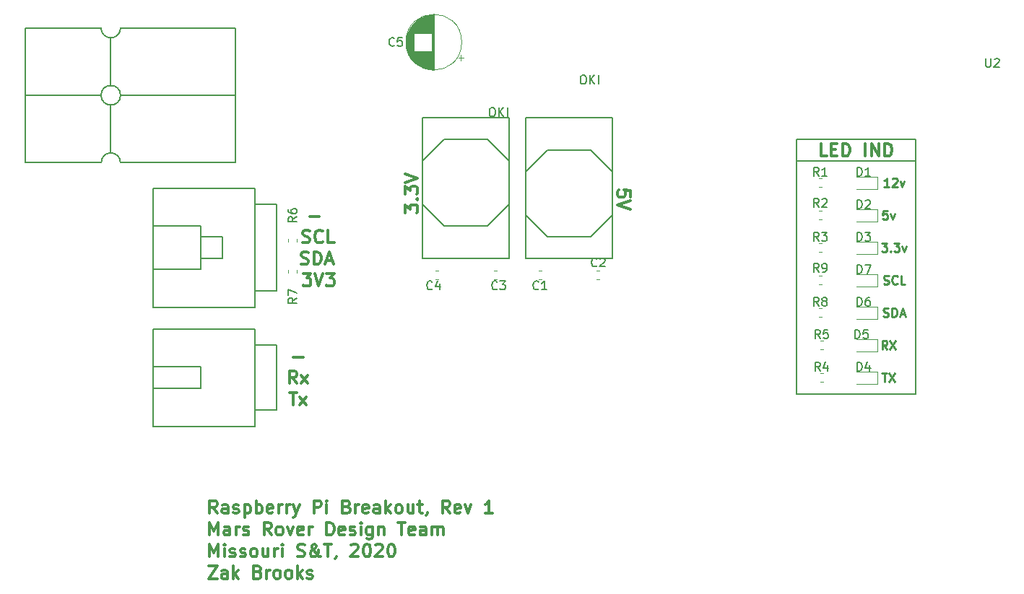
<source format=gbr>
G04 #@! TF.GenerationSoftware,KiCad,Pcbnew,(5.1.4)-1*
G04 #@! TF.CreationDate,2020-11-03T16:52:14-06:00*
G04 #@! TF.ProjectId,RaspberryPiBreakout_Hardware,52617370-6265-4727-9279-506942726561,rev?*
G04 #@! TF.SameCoordinates,Original*
G04 #@! TF.FileFunction,Legend,Top*
G04 #@! TF.FilePolarity,Positive*
%FSLAX46Y46*%
G04 Gerber Fmt 4.6, Leading zero omitted, Abs format (unit mm)*
G04 Created by KiCad (PCBNEW (5.1.4)-1) date 2020-11-03 16:52:14*
%MOMM*%
%LPD*%
G04 APERTURE LIST*
%ADD10C,0.300000*%
%ADD11C,0.200000*%
%ADD12C,0.254000*%
%ADD13C,0.120000*%
%ADD14C,0.150000*%
G04 APERTURE END LIST*
D10*
X91503571Y-99167142D02*
X92646428Y-99167142D01*
X89598571Y-115677142D02*
X90741428Y-115677142D01*
D11*
X148590000Y-120015000D02*
X148590000Y-116840000D01*
X162560000Y-120015000D02*
X162560000Y-116840000D01*
X148590000Y-120015000D02*
X162560000Y-120015000D01*
D12*
X159239857Y-98503619D02*
X158756047Y-98503619D01*
X158707666Y-98987428D01*
X158756047Y-98939047D01*
X158852809Y-98890666D01*
X159094714Y-98890666D01*
X159191476Y-98939047D01*
X159239857Y-98987428D01*
X159288238Y-99084190D01*
X159288238Y-99326095D01*
X159239857Y-99422857D01*
X159191476Y-99471238D01*
X159094714Y-99519619D01*
X158852809Y-99519619D01*
X158756047Y-99471238D01*
X158707666Y-99422857D01*
X159626904Y-98842285D02*
X159868809Y-99519619D01*
X160110714Y-98842285D01*
D10*
X90725857Y-105858571D02*
X91654428Y-105858571D01*
X91154428Y-106430000D01*
X91368714Y-106430000D01*
X91511571Y-106501428D01*
X91583000Y-106572857D01*
X91654428Y-106715714D01*
X91654428Y-107072857D01*
X91583000Y-107215714D01*
X91511571Y-107287142D01*
X91368714Y-107358571D01*
X90940142Y-107358571D01*
X90797285Y-107287142D01*
X90725857Y-107215714D01*
X92083000Y-105858571D02*
X92583000Y-107358571D01*
X93083000Y-105858571D01*
X93440142Y-105858571D02*
X94368714Y-105858571D01*
X93868714Y-106430000D01*
X94083000Y-106430000D01*
X94225857Y-106501428D01*
X94297285Y-106572857D01*
X94368714Y-106715714D01*
X94368714Y-107072857D01*
X94297285Y-107215714D01*
X94225857Y-107287142D01*
X94083000Y-107358571D01*
X93654428Y-107358571D01*
X93511571Y-107287142D01*
X93440142Y-107215714D01*
X90670285Y-102207142D02*
X90884571Y-102278571D01*
X91241714Y-102278571D01*
X91384571Y-102207142D01*
X91456000Y-102135714D01*
X91527428Y-101992857D01*
X91527428Y-101850000D01*
X91456000Y-101707142D01*
X91384571Y-101635714D01*
X91241714Y-101564285D01*
X90956000Y-101492857D01*
X90813142Y-101421428D01*
X90741714Y-101350000D01*
X90670285Y-101207142D01*
X90670285Y-101064285D01*
X90741714Y-100921428D01*
X90813142Y-100850000D01*
X90956000Y-100778571D01*
X91313142Y-100778571D01*
X91527428Y-100850000D01*
X93027428Y-102135714D02*
X92956000Y-102207142D01*
X92741714Y-102278571D01*
X92598857Y-102278571D01*
X92384571Y-102207142D01*
X92241714Y-102064285D01*
X92170285Y-101921428D01*
X92098857Y-101635714D01*
X92098857Y-101421428D01*
X92170285Y-101135714D01*
X92241714Y-100992857D01*
X92384571Y-100850000D01*
X92598857Y-100778571D01*
X92741714Y-100778571D01*
X92956000Y-100850000D01*
X93027428Y-100921428D01*
X94384571Y-102278571D02*
X93670285Y-102278571D01*
X93670285Y-100778571D01*
X90507571Y-104747142D02*
X90721857Y-104818571D01*
X91079000Y-104818571D01*
X91221857Y-104747142D01*
X91293285Y-104675714D01*
X91364714Y-104532857D01*
X91364714Y-104390000D01*
X91293285Y-104247142D01*
X91221857Y-104175714D01*
X91079000Y-104104285D01*
X90793285Y-104032857D01*
X90650428Y-103961428D01*
X90579000Y-103890000D01*
X90507571Y-103747142D01*
X90507571Y-103604285D01*
X90579000Y-103461428D01*
X90650428Y-103390000D01*
X90793285Y-103318571D01*
X91150428Y-103318571D01*
X91364714Y-103390000D01*
X92007571Y-104818571D02*
X92007571Y-103318571D01*
X92364714Y-103318571D01*
X92579000Y-103390000D01*
X92721857Y-103532857D01*
X92793285Y-103675714D01*
X92864714Y-103961428D01*
X92864714Y-104175714D01*
X92793285Y-104461428D01*
X92721857Y-104604285D01*
X92579000Y-104747142D01*
X92364714Y-104818571D01*
X92007571Y-104818571D01*
X93436142Y-104390000D02*
X94150428Y-104390000D01*
X93293285Y-104818571D02*
X93793285Y-103318571D01*
X94293285Y-104818571D01*
X89134285Y-119828571D02*
X89991428Y-119828571D01*
X89562857Y-121328571D02*
X89562857Y-119828571D01*
X90348571Y-121328571D02*
X91134285Y-120328571D01*
X90348571Y-120328571D02*
X91134285Y-121328571D01*
X90027142Y-118788571D02*
X89527142Y-118074285D01*
X89170000Y-118788571D02*
X89170000Y-117288571D01*
X89741428Y-117288571D01*
X89884285Y-117360000D01*
X89955714Y-117431428D01*
X90027142Y-117574285D01*
X90027142Y-117788571D01*
X89955714Y-117931428D01*
X89884285Y-118002857D01*
X89741428Y-118074285D01*
X89170000Y-118074285D01*
X90527142Y-118788571D02*
X91312857Y-117788571D01*
X90527142Y-117788571D02*
X91312857Y-118788571D01*
D11*
X162560000Y-92710000D02*
X162560000Y-116840000D01*
X148590000Y-92710000D02*
X148590000Y-109855000D01*
X162560000Y-90170000D02*
X162560000Y-92710000D01*
X148590000Y-90170000D02*
X162560000Y-90170000D01*
X148590000Y-92710000D02*
X148590000Y-90170000D01*
D10*
X152146428Y-92118571D02*
X151432142Y-92118571D01*
X151432142Y-90618571D01*
X152646428Y-91332857D02*
X153146428Y-91332857D01*
X153360714Y-92118571D02*
X152646428Y-92118571D01*
X152646428Y-90618571D01*
X153360714Y-90618571D01*
X154003571Y-92118571D02*
X154003571Y-90618571D01*
X154360714Y-90618571D01*
X154575000Y-90690000D01*
X154717857Y-90832857D01*
X154789285Y-90975714D01*
X154860714Y-91261428D01*
X154860714Y-91475714D01*
X154789285Y-91761428D01*
X154717857Y-91904285D01*
X154575000Y-92047142D01*
X154360714Y-92118571D01*
X154003571Y-92118571D01*
X156646428Y-92118571D02*
X156646428Y-90618571D01*
X157360714Y-92118571D02*
X157360714Y-90618571D01*
X158217857Y-92118571D01*
X158217857Y-90618571D01*
X158932142Y-92118571D02*
X158932142Y-90618571D01*
X159289285Y-90618571D01*
X159503571Y-90690000D01*
X159646428Y-90832857D01*
X159717857Y-90975714D01*
X159789285Y-91261428D01*
X159789285Y-91475714D01*
X159717857Y-91761428D01*
X159646428Y-91904285D01*
X159503571Y-92047142D01*
X159289285Y-92118571D01*
X158932142Y-92118571D01*
D11*
X162560000Y-92710000D02*
X148590000Y-92710000D01*
X148590000Y-109855000D02*
X148590000Y-116840000D01*
D12*
X158610904Y-117553619D02*
X159191476Y-117553619D01*
X158901190Y-118569619D02*
X158901190Y-117553619D01*
X159433380Y-117553619D02*
X160110714Y-118569619D01*
X160110714Y-117553619D02*
X159433380Y-118569619D01*
X159215666Y-114759619D02*
X158877000Y-114275809D01*
X158635095Y-114759619D02*
X158635095Y-113743619D01*
X159022142Y-113743619D01*
X159118904Y-113792000D01*
X159167285Y-113840380D01*
X159215666Y-113937142D01*
X159215666Y-114082285D01*
X159167285Y-114179047D01*
X159118904Y-114227428D01*
X159022142Y-114275809D01*
X158635095Y-114275809D01*
X159554333Y-113743619D02*
X160231666Y-114759619D01*
X160231666Y-113743619D02*
X159554333Y-114759619D01*
X158786285Y-110901238D02*
X158931428Y-110949619D01*
X159173333Y-110949619D01*
X159270095Y-110901238D01*
X159318476Y-110852857D01*
X159366857Y-110756095D01*
X159366857Y-110659333D01*
X159318476Y-110562571D01*
X159270095Y-110514190D01*
X159173333Y-110465809D01*
X158979809Y-110417428D01*
X158883047Y-110369047D01*
X158834666Y-110320666D01*
X158786285Y-110223904D01*
X158786285Y-110127142D01*
X158834666Y-110030380D01*
X158883047Y-109982000D01*
X158979809Y-109933619D01*
X159221714Y-109933619D01*
X159366857Y-109982000D01*
X159802285Y-110949619D02*
X159802285Y-109933619D01*
X160044190Y-109933619D01*
X160189333Y-109982000D01*
X160286095Y-110078761D01*
X160334476Y-110175523D01*
X160382857Y-110369047D01*
X160382857Y-110514190D01*
X160334476Y-110707714D01*
X160286095Y-110804476D01*
X160189333Y-110901238D01*
X160044190Y-110949619D01*
X159802285Y-110949619D01*
X160769904Y-110659333D02*
X161253714Y-110659333D01*
X160673142Y-110949619D02*
X161011809Y-109933619D01*
X161350476Y-110949619D01*
X158810476Y-107091238D02*
X158955619Y-107139619D01*
X159197523Y-107139619D01*
X159294285Y-107091238D01*
X159342666Y-107042857D01*
X159391047Y-106946095D01*
X159391047Y-106849333D01*
X159342666Y-106752571D01*
X159294285Y-106704190D01*
X159197523Y-106655809D01*
X159004000Y-106607428D01*
X158907238Y-106559047D01*
X158858857Y-106510666D01*
X158810476Y-106413904D01*
X158810476Y-106317142D01*
X158858857Y-106220380D01*
X158907238Y-106172000D01*
X159004000Y-106123619D01*
X159245904Y-106123619D01*
X159391047Y-106172000D01*
X160407047Y-107042857D02*
X160358666Y-107091238D01*
X160213523Y-107139619D01*
X160116761Y-107139619D01*
X159971619Y-107091238D01*
X159874857Y-106994476D01*
X159826476Y-106897714D01*
X159778095Y-106704190D01*
X159778095Y-106559047D01*
X159826476Y-106365523D01*
X159874857Y-106268761D01*
X159971619Y-106172000D01*
X160116761Y-106123619D01*
X160213523Y-106123619D01*
X160358666Y-106172000D01*
X160407047Y-106220380D01*
X161326285Y-107139619D02*
X160842476Y-107139619D01*
X160842476Y-106123619D01*
X158568571Y-102313619D02*
X159197523Y-102313619D01*
X158858857Y-102700666D01*
X159004000Y-102700666D01*
X159100761Y-102749047D01*
X159149142Y-102797428D01*
X159197523Y-102894190D01*
X159197523Y-103136095D01*
X159149142Y-103232857D01*
X159100761Y-103281238D01*
X159004000Y-103329619D01*
X158713714Y-103329619D01*
X158616952Y-103281238D01*
X158568571Y-103232857D01*
X159632952Y-103232857D02*
X159681333Y-103281238D01*
X159632952Y-103329619D01*
X159584571Y-103281238D01*
X159632952Y-103232857D01*
X159632952Y-103329619D01*
X160020000Y-102313619D02*
X160648952Y-102313619D01*
X160310285Y-102700666D01*
X160455428Y-102700666D01*
X160552190Y-102749047D01*
X160600571Y-102797428D01*
X160648952Y-102894190D01*
X160648952Y-103136095D01*
X160600571Y-103232857D01*
X160552190Y-103281238D01*
X160455428Y-103329619D01*
X160165142Y-103329619D01*
X160068380Y-103281238D01*
X160020000Y-103232857D01*
X160987619Y-102652285D02*
X161229523Y-103329619D01*
X161471428Y-102652285D01*
X159439428Y-95709619D02*
X158858857Y-95709619D01*
X159149142Y-95709619D02*
X159149142Y-94693619D01*
X159052380Y-94838761D01*
X158955619Y-94935523D01*
X158858857Y-94983904D01*
X159826476Y-94790380D02*
X159874857Y-94742000D01*
X159971619Y-94693619D01*
X160213523Y-94693619D01*
X160310285Y-94742000D01*
X160358666Y-94790380D01*
X160407047Y-94887142D01*
X160407047Y-94983904D01*
X160358666Y-95129047D01*
X159778095Y-95709619D01*
X160407047Y-95709619D01*
X160745714Y-95032285D02*
X160987619Y-95709619D01*
X161229523Y-95032285D01*
D10*
X102683571Y-98734285D02*
X102683571Y-97805714D01*
X103255000Y-98305714D01*
X103255000Y-98091428D01*
X103326428Y-97948571D01*
X103397857Y-97877142D01*
X103540714Y-97805714D01*
X103897857Y-97805714D01*
X104040714Y-97877142D01*
X104112142Y-97948571D01*
X104183571Y-98091428D01*
X104183571Y-98520000D01*
X104112142Y-98662857D01*
X104040714Y-98734285D01*
X104040714Y-97162857D02*
X104112142Y-97091428D01*
X104183571Y-97162857D01*
X104112142Y-97234285D01*
X104040714Y-97162857D01*
X104183571Y-97162857D01*
X102683571Y-96591428D02*
X102683571Y-95662857D01*
X103255000Y-96162857D01*
X103255000Y-95948571D01*
X103326428Y-95805714D01*
X103397857Y-95734285D01*
X103540714Y-95662857D01*
X103897857Y-95662857D01*
X104040714Y-95734285D01*
X104112142Y-95805714D01*
X104183571Y-95948571D01*
X104183571Y-96377142D01*
X104112142Y-96520000D01*
X104040714Y-96591428D01*
X102683571Y-95234285D02*
X104183571Y-94734285D01*
X102683571Y-94234285D01*
X80657285Y-134013571D02*
X80157285Y-133299285D01*
X79800142Y-134013571D02*
X79800142Y-132513571D01*
X80371571Y-132513571D01*
X80514428Y-132585000D01*
X80585857Y-132656428D01*
X80657285Y-132799285D01*
X80657285Y-133013571D01*
X80585857Y-133156428D01*
X80514428Y-133227857D01*
X80371571Y-133299285D01*
X79800142Y-133299285D01*
X81943000Y-134013571D02*
X81943000Y-133227857D01*
X81871571Y-133085000D01*
X81728714Y-133013571D01*
X81443000Y-133013571D01*
X81300142Y-133085000D01*
X81943000Y-133942142D02*
X81800142Y-134013571D01*
X81443000Y-134013571D01*
X81300142Y-133942142D01*
X81228714Y-133799285D01*
X81228714Y-133656428D01*
X81300142Y-133513571D01*
X81443000Y-133442142D01*
X81800142Y-133442142D01*
X81943000Y-133370714D01*
X82585857Y-133942142D02*
X82728714Y-134013571D01*
X83014428Y-134013571D01*
X83157285Y-133942142D01*
X83228714Y-133799285D01*
X83228714Y-133727857D01*
X83157285Y-133585000D01*
X83014428Y-133513571D01*
X82800142Y-133513571D01*
X82657285Y-133442142D01*
X82585857Y-133299285D01*
X82585857Y-133227857D01*
X82657285Y-133085000D01*
X82800142Y-133013571D01*
X83014428Y-133013571D01*
X83157285Y-133085000D01*
X83871571Y-133013571D02*
X83871571Y-134513571D01*
X83871571Y-133085000D02*
X84014428Y-133013571D01*
X84300142Y-133013571D01*
X84443000Y-133085000D01*
X84514428Y-133156428D01*
X84585857Y-133299285D01*
X84585857Y-133727857D01*
X84514428Y-133870714D01*
X84443000Y-133942142D01*
X84300142Y-134013571D01*
X84014428Y-134013571D01*
X83871571Y-133942142D01*
X85228714Y-134013571D02*
X85228714Y-132513571D01*
X85228714Y-133085000D02*
X85371571Y-133013571D01*
X85657285Y-133013571D01*
X85800142Y-133085000D01*
X85871571Y-133156428D01*
X85943000Y-133299285D01*
X85943000Y-133727857D01*
X85871571Y-133870714D01*
X85800142Y-133942142D01*
X85657285Y-134013571D01*
X85371571Y-134013571D01*
X85228714Y-133942142D01*
X87157285Y-133942142D02*
X87014428Y-134013571D01*
X86728714Y-134013571D01*
X86585857Y-133942142D01*
X86514428Y-133799285D01*
X86514428Y-133227857D01*
X86585857Y-133085000D01*
X86728714Y-133013571D01*
X87014428Y-133013571D01*
X87157285Y-133085000D01*
X87228714Y-133227857D01*
X87228714Y-133370714D01*
X86514428Y-133513571D01*
X87871571Y-134013571D02*
X87871571Y-133013571D01*
X87871571Y-133299285D02*
X87943000Y-133156428D01*
X88014428Y-133085000D01*
X88157285Y-133013571D01*
X88300142Y-133013571D01*
X88800142Y-134013571D02*
X88800142Y-133013571D01*
X88800142Y-133299285D02*
X88871571Y-133156428D01*
X88943000Y-133085000D01*
X89085857Y-133013571D01*
X89228714Y-133013571D01*
X89585857Y-133013571D02*
X89943000Y-134013571D01*
X90300142Y-133013571D02*
X89943000Y-134013571D01*
X89800142Y-134370714D01*
X89728714Y-134442142D01*
X89585857Y-134513571D01*
X92014428Y-134013571D02*
X92014428Y-132513571D01*
X92585857Y-132513571D01*
X92728714Y-132585000D01*
X92800142Y-132656428D01*
X92871571Y-132799285D01*
X92871571Y-133013571D01*
X92800142Y-133156428D01*
X92728714Y-133227857D01*
X92585857Y-133299285D01*
X92014428Y-133299285D01*
X93514428Y-134013571D02*
X93514428Y-133013571D01*
X93514428Y-132513571D02*
X93443000Y-132585000D01*
X93514428Y-132656428D01*
X93585857Y-132585000D01*
X93514428Y-132513571D01*
X93514428Y-132656428D01*
X95871571Y-133227857D02*
X96085857Y-133299285D01*
X96157285Y-133370714D01*
X96228714Y-133513571D01*
X96228714Y-133727857D01*
X96157285Y-133870714D01*
X96085857Y-133942142D01*
X95943000Y-134013571D01*
X95371571Y-134013571D01*
X95371571Y-132513571D01*
X95871571Y-132513571D01*
X96014428Y-132585000D01*
X96085857Y-132656428D01*
X96157285Y-132799285D01*
X96157285Y-132942142D01*
X96085857Y-133085000D01*
X96014428Y-133156428D01*
X95871571Y-133227857D01*
X95371571Y-133227857D01*
X96871571Y-134013571D02*
X96871571Y-133013571D01*
X96871571Y-133299285D02*
X96943000Y-133156428D01*
X97014428Y-133085000D01*
X97157285Y-133013571D01*
X97300142Y-133013571D01*
X98371571Y-133942142D02*
X98228714Y-134013571D01*
X97943000Y-134013571D01*
X97800142Y-133942142D01*
X97728714Y-133799285D01*
X97728714Y-133227857D01*
X97800142Y-133085000D01*
X97943000Y-133013571D01*
X98228714Y-133013571D01*
X98371571Y-133085000D01*
X98443000Y-133227857D01*
X98443000Y-133370714D01*
X97728714Y-133513571D01*
X99728714Y-134013571D02*
X99728714Y-133227857D01*
X99657285Y-133085000D01*
X99514428Y-133013571D01*
X99228714Y-133013571D01*
X99085857Y-133085000D01*
X99728714Y-133942142D02*
X99585857Y-134013571D01*
X99228714Y-134013571D01*
X99085857Y-133942142D01*
X99014428Y-133799285D01*
X99014428Y-133656428D01*
X99085857Y-133513571D01*
X99228714Y-133442142D01*
X99585857Y-133442142D01*
X99728714Y-133370714D01*
X100443000Y-134013571D02*
X100443000Y-132513571D01*
X100585857Y-133442142D02*
X101014428Y-134013571D01*
X101014428Y-133013571D02*
X100443000Y-133585000D01*
X101871571Y-134013571D02*
X101728714Y-133942142D01*
X101657285Y-133870714D01*
X101585857Y-133727857D01*
X101585857Y-133299285D01*
X101657285Y-133156428D01*
X101728714Y-133085000D01*
X101871571Y-133013571D01*
X102085857Y-133013571D01*
X102228714Y-133085000D01*
X102300142Y-133156428D01*
X102371571Y-133299285D01*
X102371571Y-133727857D01*
X102300142Y-133870714D01*
X102228714Y-133942142D01*
X102085857Y-134013571D01*
X101871571Y-134013571D01*
X103657285Y-133013571D02*
X103657285Y-134013571D01*
X103014428Y-133013571D02*
X103014428Y-133799285D01*
X103085857Y-133942142D01*
X103228714Y-134013571D01*
X103443000Y-134013571D01*
X103585857Y-133942142D01*
X103657285Y-133870714D01*
X104157285Y-133013571D02*
X104728714Y-133013571D01*
X104371571Y-132513571D02*
X104371571Y-133799285D01*
X104443000Y-133942142D01*
X104585857Y-134013571D01*
X104728714Y-134013571D01*
X105300142Y-133942142D02*
X105300142Y-134013571D01*
X105228714Y-134156428D01*
X105157285Y-134227857D01*
X107943000Y-134013571D02*
X107443000Y-133299285D01*
X107085857Y-134013571D02*
X107085857Y-132513571D01*
X107657285Y-132513571D01*
X107800142Y-132585000D01*
X107871571Y-132656428D01*
X107943000Y-132799285D01*
X107943000Y-133013571D01*
X107871571Y-133156428D01*
X107800142Y-133227857D01*
X107657285Y-133299285D01*
X107085857Y-133299285D01*
X109157285Y-133942142D02*
X109014428Y-134013571D01*
X108728714Y-134013571D01*
X108585857Y-133942142D01*
X108514428Y-133799285D01*
X108514428Y-133227857D01*
X108585857Y-133085000D01*
X108728714Y-133013571D01*
X109014428Y-133013571D01*
X109157285Y-133085000D01*
X109228714Y-133227857D01*
X109228714Y-133370714D01*
X108514428Y-133513571D01*
X109728714Y-133013571D02*
X110085857Y-134013571D01*
X110443000Y-133013571D01*
X112943000Y-134013571D02*
X112085857Y-134013571D01*
X112514428Y-134013571D02*
X112514428Y-132513571D01*
X112371571Y-132727857D01*
X112228714Y-132870714D01*
X112085857Y-132942142D01*
X79800142Y-136563571D02*
X79800142Y-135063571D01*
X80300142Y-136135000D01*
X80800142Y-135063571D01*
X80800142Y-136563571D01*
X82157285Y-136563571D02*
X82157285Y-135777857D01*
X82085857Y-135635000D01*
X81943000Y-135563571D01*
X81657285Y-135563571D01*
X81514428Y-135635000D01*
X82157285Y-136492142D02*
X82014428Y-136563571D01*
X81657285Y-136563571D01*
X81514428Y-136492142D01*
X81443000Y-136349285D01*
X81443000Y-136206428D01*
X81514428Y-136063571D01*
X81657285Y-135992142D01*
X82014428Y-135992142D01*
X82157285Y-135920714D01*
X82871571Y-136563571D02*
X82871571Y-135563571D01*
X82871571Y-135849285D02*
X82943000Y-135706428D01*
X83014428Y-135635000D01*
X83157285Y-135563571D01*
X83300142Y-135563571D01*
X83728714Y-136492142D02*
X83871571Y-136563571D01*
X84157285Y-136563571D01*
X84300142Y-136492142D01*
X84371571Y-136349285D01*
X84371571Y-136277857D01*
X84300142Y-136135000D01*
X84157285Y-136063571D01*
X83943000Y-136063571D01*
X83800142Y-135992142D01*
X83728714Y-135849285D01*
X83728714Y-135777857D01*
X83800142Y-135635000D01*
X83943000Y-135563571D01*
X84157285Y-135563571D01*
X84300142Y-135635000D01*
X87014428Y-136563571D02*
X86514428Y-135849285D01*
X86157285Y-136563571D02*
X86157285Y-135063571D01*
X86728714Y-135063571D01*
X86871571Y-135135000D01*
X86943000Y-135206428D01*
X87014428Y-135349285D01*
X87014428Y-135563571D01*
X86943000Y-135706428D01*
X86871571Y-135777857D01*
X86728714Y-135849285D01*
X86157285Y-135849285D01*
X87871571Y-136563571D02*
X87728714Y-136492142D01*
X87657285Y-136420714D01*
X87585857Y-136277857D01*
X87585857Y-135849285D01*
X87657285Y-135706428D01*
X87728714Y-135635000D01*
X87871571Y-135563571D01*
X88085857Y-135563571D01*
X88228714Y-135635000D01*
X88300142Y-135706428D01*
X88371571Y-135849285D01*
X88371571Y-136277857D01*
X88300142Y-136420714D01*
X88228714Y-136492142D01*
X88085857Y-136563571D01*
X87871571Y-136563571D01*
X88871571Y-135563571D02*
X89228714Y-136563571D01*
X89585857Y-135563571D01*
X90728714Y-136492142D02*
X90585857Y-136563571D01*
X90300142Y-136563571D01*
X90157285Y-136492142D01*
X90085857Y-136349285D01*
X90085857Y-135777857D01*
X90157285Y-135635000D01*
X90300142Y-135563571D01*
X90585857Y-135563571D01*
X90728714Y-135635000D01*
X90800142Y-135777857D01*
X90800142Y-135920714D01*
X90085857Y-136063571D01*
X91443000Y-136563571D02*
X91443000Y-135563571D01*
X91443000Y-135849285D02*
X91514428Y-135706428D01*
X91585857Y-135635000D01*
X91728714Y-135563571D01*
X91871571Y-135563571D01*
X93514428Y-136563571D02*
X93514428Y-135063571D01*
X93871571Y-135063571D01*
X94085857Y-135135000D01*
X94228714Y-135277857D01*
X94300142Y-135420714D01*
X94371571Y-135706428D01*
X94371571Y-135920714D01*
X94300142Y-136206428D01*
X94228714Y-136349285D01*
X94085857Y-136492142D01*
X93871571Y-136563571D01*
X93514428Y-136563571D01*
X95585857Y-136492142D02*
X95443000Y-136563571D01*
X95157285Y-136563571D01*
X95014428Y-136492142D01*
X94943000Y-136349285D01*
X94943000Y-135777857D01*
X95014428Y-135635000D01*
X95157285Y-135563571D01*
X95443000Y-135563571D01*
X95585857Y-135635000D01*
X95657285Y-135777857D01*
X95657285Y-135920714D01*
X94943000Y-136063571D01*
X96228714Y-136492142D02*
X96371571Y-136563571D01*
X96657285Y-136563571D01*
X96800142Y-136492142D01*
X96871571Y-136349285D01*
X96871571Y-136277857D01*
X96800142Y-136135000D01*
X96657285Y-136063571D01*
X96443000Y-136063571D01*
X96300142Y-135992142D01*
X96228714Y-135849285D01*
X96228714Y-135777857D01*
X96300142Y-135635000D01*
X96443000Y-135563571D01*
X96657285Y-135563571D01*
X96800142Y-135635000D01*
X97514428Y-136563571D02*
X97514428Y-135563571D01*
X97514428Y-135063571D02*
X97443000Y-135135000D01*
X97514428Y-135206428D01*
X97585857Y-135135000D01*
X97514428Y-135063571D01*
X97514428Y-135206428D01*
X98871571Y-135563571D02*
X98871571Y-136777857D01*
X98800142Y-136920714D01*
X98728714Y-136992142D01*
X98585857Y-137063571D01*
X98371571Y-137063571D01*
X98228714Y-136992142D01*
X98871571Y-136492142D02*
X98728714Y-136563571D01*
X98443000Y-136563571D01*
X98300142Y-136492142D01*
X98228714Y-136420714D01*
X98157285Y-136277857D01*
X98157285Y-135849285D01*
X98228714Y-135706428D01*
X98300142Y-135635000D01*
X98443000Y-135563571D01*
X98728714Y-135563571D01*
X98871571Y-135635000D01*
X99585857Y-135563571D02*
X99585857Y-136563571D01*
X99585857Y-135706428D02*
X99657285Y-135635000D01*
X99800142Y-135563571D01*
X100014428Y-135563571D01*
X100157285Y-135635000D01*
X100228714Y-135777857D01*
X100228714Y-136563571D01*
X101871571Y-135063571D02*
X102728714Y-135063571D01*
X102300142Y-136563571D02*
X102300142Y-135063571D01*
X103800142Y-136492142D02*
X103657285Y-136563571D01*
X103371571Y-136563571D01*
X103228714Y-136492142D01*
X103157285Y-136349285D01*
X103157285Y-135777857D01*
X103228714Y-135635000D01*
X103371571Y-135563571D01*
X103657285Y-135563571D01*
X103800142Y-135635000D01*
X103871571Y-135777857D01*
X103871571Y-135920714D01*
X103157285Y-136063571D01*
X105157285Y-136563571D02*
X105157285Y-135777857D01*
X105085857Y-135635000D01*
X104943000Y-135563571D01*
X104657285Y-135563571D01*
X104514428Y-135635000D01*
X105157285Y-136492142D02*
X105014428Y-136563571D01*
X104657285Y-136563571D01*
X104514428Y-136492142D01*
X104443000Y-136349285D01*
X104443000Y-136206428D01*
X104514428Y-136063571D01*
X104657285Y-135992142D01*
X105014428Y-135992142D01*
X105157285Y-135920714D01*
X105871571Y-136563571D02*
X105871571Y-135563571D01*
X105871571Y-135706428D02*
X105943000Y-135635000D01*
X106085857Y-135563571D01*
X106300142Y-135563571D01*
X106443000Y-135635000D01*
X106514428Y-135777857D01*
X106514428Y-136563571D01*
X106514428Y-135777857D02*
X106585857Y-135635000D01*
X106728714Y-135563571D01*
X106943000Y-135563571D01*
X107085857Y-135635000D01*
X107157285Y-135777857D01*
X107157285Y-136563571D01*
X79800142Y-139113571D02*
X79800142Y-137613571D01*
X80300142Y-138685000D01*
X80800142Y-137613571D01*
X80800142Y-139113571D01*
X81514428Y-139113571D02*
X81514428Y-138113571D01*
X81514428Y-137613571D02*
X81443000Y-137685000D01*
X81514428Y-137756428D01*
X81585857Y-137685000D01*
X81514428Y-137613571D01*
X81514428Y-137756428D01*
X82157285Y-139042142D02*
X82300142Y-139113571D01*
X82585857Y-139113571D01*
X82728714Y-139042142D01*
X82800142Y-138899285D01*
X82800142Y-138827857D01*
X82728714Y-138685000D01*
X82585857Y-138613571D01*
X82371571Y-138613571D01*
X82228714Y-138542142D01*
X82157285Y-138399285D01*
X82157285Y-138327857D01*
X82228714Y-138185000D01*
X82371571Y-138113571D01*
X82585857Y-138113571D01*
X82728714Y-138185000D01*
X83371571Y-139042142D02*
X83514428Y-139113571D01*
X83800142Y-139113571D01*
X83943000Y-139042142D01*
X84014428Y-138899285D01*
X84014428Y-138827857D01*
X83943000Y-138685000D01*
X83800142Y-138613571D01*
X83585857Y-138613571D01*
X83443000Y-138542142D01*
X83371571Y-138399285D01*
X83371571Y-138327857D01*
X83443000Y-138185000D01*
X83585857Y-138113571D01*
X83800142Y-138113571D01*
X83943000Y-138185000D01*
X84871571Y-139113571D02*
X84728714Y-139042142D01*
X84657285Y-138970714D01*
X84585857Y-138827857D01*
X84585857Y-138399285D01*
X84657285Y-138256428D01*
X84728714Y-138185000D01*
X84871571Y-138113571D01*
X85085857Y-138113571D01*
X85228714Y-138185000D01*
X85300142Y-138256428D01*
X85371571Y-138399285D01*
X85371571Y-138827857D01*
X85300142Y-138970714D01*
X85228714Y-139042142D01*
X85085857Y-139113571D01*
X84871571Y-139113571D01*
X86657285Y-138113571D02*
X86657285Y-139113571D01*
X86014428Y-138113571D02*
X86014428Y-138899285D01*
X86085857Y-139042142D01*
X86228714Y-139113571D01*
X86443000Y-139113571D01*
X86585857Y-139042142D01*
X86657285Y-138970714D01*
X87371571Y-139113571D02*
X87371571Y-138113571D01*
X87371571Y-138399285D02*
X87443000Y-138256428D01*
X87514428Y-138185000D01*
X87657285Y-138113571D01*
X87800142Y-138113571D01*
X88300142Y-139113571D02*
X88300142Y-138113571D01*
X88300142Y-137613571D02*
X88228714Y-137685000D01*
X88300142Y-137756428D01*
X88371571Y-137685000D01*
X88300142Y-137613571D01*
X88300142Y-137756428D01*
X90085857Y-139042142D02*
X90300142Y-139113571D01*
X90657285Y-139113571D01*
X90800142Y-139042142D01*
X90871571Y-138970714D01*
X90943000Y-138827857D01*
X90943000Y-138685000D01*
X90871571Y-138542142D01*
X90800142Y-138470714D01*
X90657285Y-138399285D01*
X90371571Y-138327857D01*
X90228714Y-138256428D01*
X90157285Y-138185000D01*
X90085857Y-138042142D01*
X90085857Y-137899285D01*
X90157285Y-137756428D01*
X90228714Y-137685000D01*
X90371571Y-137613571D01*
X90728714Y-137613571D01*
X90943000Y-137685000D01*
X92800142Y-139113571D02*
X92728714Y-139113571D01*
X92585857Y-139042142D01*
X92371571Y-138827857D01*
X92014428Y-138399285D01*
X91871571Y-138185000D01*
X91800142Y-137970714D01*
X91800142Y-137827857D01*
X91871571Y-137685000D01*
X92014428Y-137613571D01*
X92085857Y-137613571D01*
X92228714Y-137685000D01*
X92300142Y-137827857D01*
X92300142Y-137899285D01*
X92228714Y-138042142D01*
X92157285Y-138113571D01*
X91728714Y-138399285D01*
X91657285Y-138470714D01*
X91585857Y-138613571D01*
X91585857Y-138827857D01*
X91657285Y-138970714D01*
X91728714Y-139042142D01*
X91871571Y-139113571D01*
X92085857Y-139113571D01*
X92228714Y-139042142D01*
X92300142Y-138970714D01*
X92514428Y-138685000D01*
X92585857Y-138470714D01*
X92585857Y-138327857D01*
X93228714Y-137613571D02*
X94085857Y-137613571D01*
X93657285Y-139113571D02*
X93657285Y-137613571D01*
X94657285Y-139042142D02*
X94657285Y-139113571D01*
X94585857Y-139256428D01*
X94514428Y-139327857D01*
X96371571Y-137756428D02*
X96443000Y-137685000D01*
X96585857Y-137613571D01*
X96943000Y-137613571D01*
X97085857Y-137685000D01*
X97157285Y-137756428D01*
X97228714Y-137899285D01*
X97228714Y-138042142D01*
X97157285Y-138256428D01*
X96300142Y-139113571D01*
X97228714Y-139113571D01*
X98157285Y-137613571D02*
X98300142Y-137613571D01*
X98443000Y-137685000D01*
X98514428Y-137756428D01*
X98585857Y-137899285D01*
X98657285Y-138185000D01*
X98657285Y-138542142D01*
X98585857Y-138827857D01*
X98514428Y-138970714D01*
X98443000Y-139042142D01*
X98300142Y-139113571D01*
X98157285Y-139113571D01*
X98014428Y-139042142D01*
X97943000Y-138970714D01*
X97871571Y-138827857D01*
X97800142Y-138542142D01*
X97800142Y-138185000D01*
X97871571Y-137899285D01*
X97943000Y-137756428D01*
X98014428Y-137685000D01*
X98157285Y-137613571D01*
X99228714Y-137756428D02*
X99300142Y-137685000D01*
X99443000Y-137613571D01*
X99800142Y-137613571D01*
X99943000Y-137685000D01*
X100014428Y-137756428D01*
X100085857Y-137899285D01*
X100085857Y-138042142D01*
X100014428Y-138256428D01*
X99157285Y-139113571D01*
X100085857Y-139113571D01*
X101014428Y-137613571D02*
X101157285Y-137613571D01*
X101300142Y-137685000D01*
X101371571Y-137756428D01*
X101443000Y-137899285D01*
X101514428Y-138185000D01*
X101514428Y-138542142D01*
X101443000Y-138827857D01*
X101371571Y-138970714D01*
X101300142Y-139042142D01*
X101157285Y-139113571D01*
X101014428Y-139113571D01*
X100871571Y-139042142D01*
X100800142Y-138970714D01*
X100728714Y-138827857D01*
X100657285Y-138542142D01*
X100657285Y-138185000D01*
X100728714Y-137899285D01*
X100800142Y-137756428D01*
X100871571Y-137685000D01*
X101014428Y-137613571D01*
X79657285Y-140163571D02*
X80657285Y-140163571D01*
X79657285Y-141663571D01*
X80657285Y-141663571D01*
X81871571Y-141663571D02*
X81871571Y-140877857D01*
X81800142Y-140735000D01*
X81657285Y-140663571D01*
X81371571Y-140663571D01*
X81228714Y-140735000D01*
X81871571Y-141592142D02*
X81728714Y-141663571D01*
X81371571Y-141663571D01*
X81228714Y-141592142D01*
X81157285Y-141449285D01*
X81157285Y-141306428D01*
X81228714Y-141163571D01*
X81371571Y-141092142D01*
X81728714Y-141092142D01*
X81871571Y-141020714D01*
X82585857Y-141663571D02*
X82585857Y-140163571D01*
X82728714Y-141092142D02*
X83157285Y-141663571D01*
X83157285Y-140663571D02*
X82585857Y-141235000D01*
X85443000Y-140877857D02*
X85657285Y-140949285D01*
X85728714Y-141020714D01*
X85800142Y-141163571D01*
X85800142Y-141377857D01*
X85728714Y-141520714D01*
X85657285Y-141592142D01*
X85514428Y-141663571D01*
X84943000Y-141663571D01*
X84943000Y-140163571D01*
X85443000Y-140163571D01*
X85585857Y-140235000D01*
X85657285Y-140306428D01*
X85728714Y-140449285D01*
X85728714Y-140592142D01*
X85657285Y-140735000D01*
X85585857Y-140806428D01*
X85443000Y-140877857D01*
X84943000Y-140877857D01*
X86443000Y-141663571D02*
X86443000Y-140663571D01*
X86443000Y-140949285D02*
X86514428Y-140806428D01*
X86585857Y-140735000D01*
X86728714Y-140663571D01*
X86871571Y-140663571D01*
X87585857Y-141663571D02*
X87443000Y-141592142D01*
X87371571Y-141520714D01*
X87300142Y-141377857D01*
X87300142Y-140949285D01*
X87371571Y-140806428D01*
X87443000Y-140735000D01*
X87585857Y-140663571D01*
X87800142Y-140663571D01*
X87943000Y-140735000D01*
X88014428Y-140806428D01*
X88085857Y-140949285D01*
X88085857Y-141377857D01*
X88014428Y-141520714D01*
X87943000Y-141592142D01*
X87800142Y-141663571D01*
X87585857Y-141663571D01*
X88943000Y-141663571D02*
X88800142Y-141592142D01*
X88728714Y-141520714D01*
X88657285Y-141377857D01*
X88657285Y-140949285D01*
X88728714Y-140806428D01*
X88800142Y-140735000D01*
X88943000Y-140663571D01*
X89157285Y-140663571D01*
X89300142Y-140735000D01*
X89371571Y-140806428D01*
X89443000Y-140949285D01*
X89443000Y-141377857D01*
X89371571Y-141520714D01*
X89300142Y-141592142D01*
X89157285Y-141663571D01*
X88943000Y-141663571D01*
X90085857Y-141663571D02*
X90085857Y-140163571D01*
X90228714Y-141092142D02*
X90657285Y-141663571D01*
X90657285Y-140663571D02*
X90085857Y-141235000D01*
X91228714Y-141592142D02*
X91371571Y-141663571D01*
X91657285Y-141663571D01*
X91800142Y-141592142D01*
X91871571Y-141449285D01*
X91871571Y-141377857D01*
X91800142Y-141235000D01*
X91657285Y-141163571D01*
X91443000Y-141163571D01*
X91300142Y-141092142D01*
X91228714Y-140949285D01*
X91228714Y-140877857D01*
X91300142Y-140735000D01*
X91443000Y-140663571D01*
X91657285Y-140663571D01*
X91800142Y-140735000D01*
X129091428Y-96869285D02*
X129091428Y-96155000D01*
X128377142Y-96083571D01*
X128448571Y-96155000D01*
X128520000Y-96297857D01*
X128520000Y-96655000D01*
X128448571Y-96797857D01*
X128377142Y-96869285D01*
X128234285Y-96940714D01*
X127877142Y-96940714D01*
X127734285Y-96869285D01*
X127662857Y-96797857D01*
X127591428Y-96655000D01*
X127591428Y-96297857D01*
X127662857Y-96155000D01*
X127734285Y-96083571D01*
X129091428Y-97369285D02*
X127591428Y-97869285D01*
X129091428Y-98369285D01*
D13*
X118676267Y-105535000D02*
X118333733Y-105535000D01*
X118676267Y-106555000D02*
X118333733Y-106555000D01*
D14*
X70485000Y-77089000D02*
X82778600Y-77089000D01*
X58166000Y-77089000D02*
X65913000Y-77089000D01*
X65913000Y-92837000D02*
X58166000Y-92837000D01*
X70485000Y-92837000D02*
X82778600Y-92837000D01*
X69342000Y-84963000D02*
G75*
G03X69342000Y-84963000I-1143000J0D01*
G01*
X68199000Y-82677000D02*
X68199000Y-79400400D01*
X70485000Y-84963000D02*
X82778600Y-84963000D01*
X68199000Y-87249000D02*
X68199000Y-90551000D01*
X70485000Y-84963000D02*
X69342000Y-84963000D01*
X68199000Y-82677000D02*
X68199000Y-83820000D01*
X58166000Y-84937600D02*
X67056000Y-84937600D01*
X68199000Y-87249000D02*
X68199000Y-86106000D01*
X68199000Y-78232000D02*
X68199000Y-79400400D01*
X70459600Y-77089000D02*
X69367400Y-77089000D01*
X65887600Y-92837000D02*
X67056000Y-92837000D01*
X68199000Y-90525600D02*
X68199000Y-91694000D01*
X70510400Y-92837000D02*
X69316600Y-92837000D01*
X67056000Y-77089000D02*
G75*
G03X68199000Y-78232000I1143000J0D01*
G01*
X68199000Y-78232000D02*
G75*
G03X69342000Y-77089000I0J1143000D01*
G01*
X67056000Y-77089000D02*
X65836800Y-77089000D01*
X82778600Y-77089000D02*
X82778600Y-92837000D01*
X58140600Y-77089000D02*
X58140600Y-92837000D01*
X68199000Y-91719400D02*
G75*
G03X67081400Y-92837000I0J-1117600D01*
G01*
X69316600Y-92837000D02*
G75*
G03X68199000Y-91719400I-1117600J0D01*
G01*
D13*
X113098733Y-106555000D02*
X113441267Y-106555000D01*
X113098733Y-105535000D02*
X113441267Y-105535000D01*
X106611267Y-106555000D02*
X106268733Y-106555000D01*
X106611267Y-105535000D02*
X106268733Y-105535000D01*
D14*
X78740000Y-116840000D02*
X78740000Y-119380000D01*
X73152000Y-112395000D02*
X73152000Y-123825000D01*
X85090000Y-112395000D02*
X85090000Y-121920000D01*
X87630000Y-114300000D02*
X87630000Y-121920000D01*
X73152000Y-116840000D02*
X78740000Y-116840000D01*
X85090000Y-112395000D02*
X73152000Y-112395000D01*
X73152000Y-119380000D02*
X73660000Y-119380000D01*
X85090000Y-123825000D02*
X73152000Y-123825000D01*
X85090000Y-121920000D02*
X85090000Y-123825000D01*
X77470000Y-119380000D02*
X78740000Y-119380000D01*
X77470000Y-119380000D02*
X73660000Y-119380000D01*
X85090000Y-114300000D02*
X87630000Y-114300000D01*
X87630000Y-121920000D02*
X85090000Y-121920000D01*
X73152000Y-109855000D02*
X73152000Y-95885000D01*
X78740000Y-105410000D02*
X78740000Y-100330000D01*
X78740000Y-101600000D02*
X81280000Y-101600000D01*
X81280000Y-101600000D02*
X81280000Y-104140000D01*
X73152000Y-100330000D02*
X78740000Y-100330000D01*
X85090000Y-95885000D02*
X73152000Y-95885000D01*
X87630000Y-97790000D02*
X87630000Y-107950000D01*
X73152000Y-105410000D02*
X73660000Y-105410000D01*
X85090000Y-109855000D02*
X73152000Y-109855000D01*
X85090000Y-107950000D02*
X85090000Y-109855000D01*
X77470000Y-105410000D02*
X78740000Y-105410000D01*
X77470000Y-105410000D02*
X73660000Y-105410000D01*
X78740000Y-104140000D02*
X81280000Y-104140000D01*
X85090000Y-107950000D02*
X85090000Y-95885000D01*
X85090000Y-97790000D02*
X87630000Y-97790000D01*
X87630000Y-107950000D02*
X85090000Y-107950000D01*
X114935000Y-87630000D02*
X114935000Y-104140000D01*
X104775000Y-104140000D02*
X104775000Y-87630000D01*
X114935000Y-104140000D02*
X104775000Y-104140000D01*
X114935000Y-87630000D02*
X104775000Y-87630000D01*
X112395000Y-100330000D02*
X107315000Y-100330000D01*
X114935000Y-97790000D02*
X112395000Y-100330000D01*
X114935000Y-92710000D02*
X114935000Y-97790000D01*
X112395000Y-90170000D02*
X114935000Y-92710000D01*
X107315000Y-90170000D02*
X112395000Y-90170000D01*
X104775000Y-92710000D02*
X107315000Y-90170000D01*
X104775000Y-97790000D02*
X104775000Y-92710000D01*
X107315000Y-100330000D02*
X104775000Y-97790000D01*
D13*
X155650000Y-95985000D02*
X158110000Y-95985000D01*
X158110000Y-95985000D02*
X158110000Y-94515000D01*
X158110000Y-94515000D02*
X155650000Y-94515000D01*
X155650000Y-103605000D02*
X158110000Y-103605000D01*
X158110000Y-103605000D02*
X158110000Y-102135000D01*
X158110000Y-102135000D02*
X155650000Y-102135000D01*
X158110000Y-117375000D02*
X155650000Y-117375000D01*
X158110000Y-118845000D02*
X158110000Y-117375000D01*
X155650000Y-118845000D02*
X158110000Y-118845000D01*
X155650000Y-115035000D02*
X158110000Y-115035000D01*
X158110000Y-115035000D02*
X158110000Y-113565000D01*
X158110000Y-113565000D02*
X155650000Y-113565000D01*
X151198733Y-94740000D02*
X151541267Y-94740000D01*
X151198733Y-95760000D02*
X151541267Y-95760000D01*
X151198733Y-102360000D02*
X151541267Y-102360000D01*
X151198733Y-103380000D02*
X151541267Y-103380000D01*
X151353733Y-118620000D02*
X151696267Y-118620000D01*
X151353733Y-117600000D02*
X151696267Y-117600000D01*
X151353733Y-113790000D02*
X151696267Y-113790000D01*
X151353733Y-114810000D02*
X151696267Y-114810000D01*
X109250241Y-80894000D02*
X109250241Y-80264000D01*
X109565241Y-80579000D02*
X108935241Y-80579000D01*
X102824000Y-79142000D02*
X102824000Y-78338000D01*
X102864000Y-79373000D02*
X102864000Y-78107000D01*
X102904000Y-79542000D02*
X102904000Y-77938000D01*
X102944000Y-79680000D02*
X102944000Y-77800000D01*
X102984000Y-79799000D02*
X102984000Y-77681000D01*
X103024000Y-79905000D02*
X103024000Y-77575000D01*
X103064000Y-80002000D02*
X103064000Y-77478000D01*
X103104000Y-80090000D02*
X103104000Y-77390000D01*
X103144000Y-80172000D02*
X103144000Y-77308000D01*
X103184000Y-80249000D02*
X103184000Y-77231000D01*
X103224000Y-80321000D02*
X103224000Y-77159000D01*
X103264000Y-80390000D02*
X103264000Y-77090000D01*
X103304000Y-80454000D02*
X103304000Y-77026000D01*
X103344000Y-80516000D02*
X103344000Y-76964000D01*
X103384000Y-80574000D02*
X103384000Y-76906000D01*
X103424000Y-80630000D02*
X103424000Y-76850000D01*
X103464000Y-80684000D02*
X103464000Y-76796000D01*
X103504000Y-80735000D02*
X103504000Y-76745000D01*
X103544000Y-80784000D02*
X103544000Y-76696000D01*
X103584000Y-80832000D02*
X103584000Y-76648000D01*
X103624000Y-80877000D02*
X103624000Y-76603000D01*
X103664000Y-80922000D02*
X103664000Y-76558000D01*
X103704000Y-80964000D02*
X103704000Y-76516000D01*
X103744000Y-81005000D02*
X103744000Y-76475000D01*
X103784000Y-77700000D02*
X103784000Y-76435000D01*
X103784000Y-81045000D02*
X103784000Y-79780000D01*
X103824000Y-77700000D02*
X103824000Y-76397000D01*
X103824000Y-81083000D02*
X103824000Y-79780000D01*
X103864000Y-77700000D02*
X103864000Y-76360000D01*
X103864000Y-81120000D02*
X103864000Y-79780000D01*
X103904000Y-77700000D02*
X103904000Y-76324000D01*
X103904000Y-81156000D02*
X103904000Y-79780000D01*
X103944000Y-77700000D02*
X103944000Y-76290000D01*
X103944000Y-81190000D02*
X103944000Y-79780000D01*
X103984000Y-77700000D02*
X103984000Y-76256000D01*
X103984000Y-81224000D02*
X103984000Y-79780000D01*
X104024000Y-77700000D02*
X104024000Y-76224000D01*
X104024000Y-81256000D02*
X104024000Y-79780000D01*
X104064000Y-77700000D02*
X104064000Y-76192000D01*
X104064000Y-81288000D02*
X104064000Y-79780000D01*
X104104000Y-77700000D02*
X104104000Y-76162000D01*
X104104000Y-81318000D02*
X104104000Y-79780000D01*
X104144000Y-77700000D02*
X104144000Y-76133000D01*
X104144000Y-81347000D02*
X104144000Y-79780000D01*
X104184000Y-77700000D02*
X104184000Y-76104000D01*
X104184000Y-81376000D02*
X104184000Y-79780000D01*
X104224000Y-77700000D02*
X104224000Y-76076000D01*
X104224000Y-81404000D02*
X104224000Y-79780000D01*
X104264000Y-77700000D02*
X104264000Y-76050000D01*
X104264000Y-81430000D02*
X104264000Y-79780000D01*
X104304000Y-77700000D02*
X104304000Y-76024000D01*
X104304000Y-81456000D02*
X104304000Y-79780000D01*
X104344000Y-77700000D02*
X104344000Y-75998000D01*
X104344000Y-81482000D02*
X104344000Y-79780000D01*
X104384000Y-77700000D02*
X104384000Y-75974000D01*
X104384000Y-81506000D02*
X104384000Y-79780000D01*
X104424000Y-77700000D02*
X104424000Y-75950000D01*
X104424000Y-81530000D02*
X104424000Y-79780000D01*
X104464000Y-77700000D02*
X104464000Y-75928000D01*
X104464000Y-81552000D02*
X104464000Y-79780000D01*
X104504000Y-77700000D02*
X104504000Y-75906000D01*
X104504000Y-81574000D02*
X104504000Y-79780000D01*
X104544000Y-77700000D02*
X104544000Y-75884000D01*
X104544000Y-81596000D02*
X104544000Y-79780000D01*
X104584000Y-77700000D02*
X104584000Y-75864000D01*
X104584000Y-81616000D02*
X104584000Y-79780000D01*
X104624000Y-77700000D02*
X104624000Y-75844000D01*
X104624000Y-81636000D02*
X104624000Y-79780000D01*
X104664000Y-77700000D02*
X104664000Y-75824000D01*
X104664000Y-81656000D02*
X104664000Y-79780000D01*
X104704000Y-77700000D02*
X104704000Y-75806000D01*
X104704000Y-81674000D02*
X104704000Y-79780000D01*
X104744000Y-77700000D02*
X104744000Y-75788000D01*
X104744000Y-81692000D02*
X104744000Y-79780000D01*
X104784000Y-77700000D02*
X104784000Y-75770000D01*
X104784000Y-81710000D02*
X104784000Y-79780000D01*
X104824000Y-77700000D02*
X104824000Y-75754000D01*
X104824000Y-81726000D02*
X104824000Y-79780000D01*
X104864000Y-77700000D02*
X104864000Y-75738000D01*
X104864000Y-81742000D02*
X104864000Y-79780000D01*
X104904000Y-77700000D02*
X104904000Y-75722000D01*
X104904000Y-81758000D02*
X104904000Y-79780000D01*
X104944000Y-77700000D02*
X104944000Y-75707000D01*
X104944000Y-81773000D02*
X104944000Y-79780000D01*
X104984000Y-77700000D02*
X104984000Y-75693000D01*
X104984000Y-81787000D02*
X104984000Y-79780000D01*
X105024000Y-77700000D02*
X105024000Y-75679000D01*
X105024000Y-81801000D02*
X105024000Y-79780000D01*
X105064000Y-77700000D02*
X105064000Y-75666000D01*
X105064000Y-81814000D02*
X105064000Y-79780000D01*
X105104000Y-77700000D02*
X105104000Y-75654000D01*
X105104000Y-81826000D02*
X105104000Y-79780000D01*
X105144000Y-77700000D02*
X105144000Y-75642000D01*
X105144000Y-81838000D02*
X105144000Y-79780000D01*
X105184000Y-77700000D02*
X105184000Y-75630000D01*
X105184000Y-81850000D02*
X105184000Y-79780000D01*
X105224000Y-77700000D02*
X105224000Y-75619000D01*
X105224000Y-81861000D02*
X105224000Y-79780000D01*
X105264000Y-77700000D02*
X105264000Y-75609000D01*
X105264000Y-81871000D02*
X105264000Y-79780000D01*
X105304000Y-77700000D02*
X105304000Y-75599000D01*
X105304000Y-81881000D02*
X105304000Y-79780000D01*
X105344000Y-77700000D02*
X105344000Y-75590000D01*
X105344000Y-81890000D02*
X105344000Y-79780000D01*
X105385000Y-77700000D02*
X105385000Y-75581000D01*
X105385000Y-81899000D02*
X105385000Y-79780000D01*
X105425000Y-77700000D02*
X105425000Y-75573000D01*
X105425000Y-81907000D02*
X105425000Y-79780000D01*
X105465000Y-77700000D02*
X105465000Y-75565000D01*
X105465000Y-81915000D02*
X105465000Y-79780000D01*
X105505000Y-77700000D02*
X105505000Y-75558000D01*
X105505000Y-81922000D02*
X105505000Y-79780000D01*
X105545000Y-77700000D02*
X105545000Y-75551000D01*
X105545000Y-81929000D02*
X105545000Y-79780000D01*
X105585000Y-77700000D02*
X105585000Y-75545000D01*
X105585000Y-81935000D02*
X105585000Y-79780000D01*
X105625000Y-77700000D02*
X105625000Y-75539000D01*
X105625000Y-81941000D02*
X105625000Y-79780000D01*
X105665000Y-77700000D02*
X105665000Y-75534000D01*
X105665000Y-81946000D02*
X105665000Y-79780000D01*
X105705000Y-77700000D02*
X105705000Y-75529000D01*
X105705000Y-81951000D02*
X105705000Y-79780000D01*
X105745000Y-77700000D02*
X105745000Y-75525000D01*
X105745000Y-81955000D02*
X105745000Y-79780000D01*
X105785000Y-77700000D02*
X105785000Y-75522000D01*
X105785000Y-81958000D02*
X105785000Y-79780000D01*
X105825000Y-77700000D02*
X105825000Y-75518000D01*
X105825000Y-81962000D02*
X105825000Y-79780000D01*
X105865000Y-81964000D02*
X105865000Y-75516000D01*
X105905000Y-81967000D02*
X105905000Y-75513000D01*
X105945000Y-81968000D02*
X105945000Y-75512000D01*
X105985000Y-81970000D02*
X105985000Y-75510000D01*
X106025000Y-81970000D02*
X106025000Y-75510000D01*
X106065000Y-81970000D02*
X106065000Y-75510000D01*
X109335000Y-78740000D02*
G75*
G03X109335000Y-78740000I-3270000J0D01*
G01*
X90045000Y-102166267D02*
X90045000Y-101823733D01*
X89025000Y-102166267D02*
X89025000Y-101823733D01*
X89025000Y-105821267D02*
X89025000Y-105478733D01*
X90045000Y-105821267D02*
X90045000Y-105478733D01*
X155650000Y-111225000D02*
X158110000Y-111225000D01*
X158110000Y-111225000D02*
X158110000Y-109755000D01*
X158110000Y-109755000D02*
X155650000Y-109755000D01*
X158110000Y-105945000D02*
X155650000Y-105945000D01*
X158110000Y-107415000D02*
X158110000Y-105945000D01*
X155650000Y-107415000D02*
X158110000Y-107415000D01*
X151198733Y-111000000D02*
X151541267Y-111000000D01*
X151198733Y-109980000D02*
X151541267Y-109980000D01*
X151198733Y-106170000D02*
X151541267Y-106170000D01*
X151198733Y-107190000D02*
X151541267Y-107190000D01*
X125163733Y-105535000D02*
X125506267Y-105535000D01*
X125163733Y-106555000D02*
X125506267Y-106555000D01*
X155650000Y-99795000D02*
X158110000Y-99795000D01*
X158110000Y-99795000D02*
X158110000Y-98325000D01*
X158110000Y-98325000D02*
X155650000Y-98325000D01*
X151198733Y-98550000D02*
X151541267Y-98550000D01*
X151198733Y-99570000D02*
X151541267Y-99570000D01*
D14*
X116840000Y-104140000D02*
X116840000Y-87630000D01*
X127000000Y-87630000D02*
X127000000Y-104140000D01*
X116840000Y-87630000D02*
X127000000Y-87630000D01*
X116840000Y-104140000D02*
X127000000Y-104140000D01*
X119380000Y-91440000D02*
X124460000Y-91440000D01*
X116840000Y-93980000D02*
X119380000Y-91440000D01*
X116840000Y-99060000D02*
X116840000Y-93980000D01*
X119380000Y-101600000D02*
X116840000Y-99060000D01*
X124460000Y-101600000D02*
X119380000Y-101600000D01*
X127000000Y-99060000D02*
X124460000Y-101600000D01*
X127000000Y-93980000D02*
X127000000Y-99060000D01*
X124460000Y-91440000D02*
X127000000Y-93980000D01*
X170790894Y-80657379D02*
X170790894Y-81466903D01*
X170838513Y-81562141D01*
X170886132Y-81609760D01*
X170981370Y-81657379D01*
X171171846Y-81657379D01*
X171267084Y-81609760D01*
X171314703Y-81562141D01*
X171362322Y-81466903D01*
X171362322Y-80657379D01*
X171790894Y-80752618D02*
X171838513Y-80704999D01*
X171933751Y-80657379D01*
X172171846Y-80657379D01*
X172267084Y-80704999D01*
X172314703Y-80752618D01*
X172362322Y-80847856D01*
X172362322Y-80943094D01*
X172314703Y-81085951D01*
X171743275Y-81657379D01*
X172362322Y-81657379D01*
X118338333Y-107672142D02*
X118290714Y-107719761D01*
X118147857Y-107767380D01*
X118052619Y-107767380D01*
X117909761Y-107719761D01*
X117814523Y-107624523D01*
X117766904Y-107529285D01*
X117719285Y-107338809D01*
X117719285Y-107195952D01*
X117766904Y-107005476D01*
X117814523Y-106910238D01*
X117909761Y-106815000D01*
X118052619Y-106767380D01*
X118147857Y-106767380D01*
X118290714Y-106815000D01*
X118338333Y-106862619D01*
X119290714Y-107767380D02*
X118719285Y-107767380D01*
X119005000Y-107767380D02*
X119005000Y-106767380D01*
X118909761Y-106910238D01*
X118814523Y-107005476D01*
X118719285Y-107053095D01*
X113498333Y-107672142D02*
X113450714Y-107719761D01*
X113307857Y-107767380D01*
X113212619Y-107767380D01*
X113069761Y-107719761D01*
X112974523Y-107624523D01*
X112926904Y-107529285D01*
X112879285Y-107338809D01*
X112879285Y-107195952D01*
X112926904Y-107005476D01*
X112974523Y-106910238D01*
X113069761Y-106815000D01*
X113212619Y-106767380D01*
X113307857Y-106767380D01*
X113450714Y-106815000D01*
X113498333Y-106862619D01*
X113831666Y-106767380D02*
X114450714Y-106767380D01*
X114117380Y-107148333D01*
X114260238Y-107148333D01*
X114355476Y-107195952D01*
X114403095Y-107243571D01*
X114450714Y-107338809D01*
X114450714Y-107576904D01*
X114403095Y-107672142D01*
X114355476Y-107719761D01*
X114260238Y-107767380D01*
X113974523Y-107767380D01*
X113879285Y-107719761D01*
X113831666Y-107672142D01*
X105878333Y-107672142D02*
X105830714Y-107719761D01*
X105687857Y-107767380D01*
X105592619Y-107767380D01*
X105449761Y-107719761D01*
X105354523Y-107624523D01*
X105306904Y-107529285D01*
X105259285Y-107338809D01*
X105259285Y-107195952D01*
X105306904Y-107005476D01*
X105354523Y-106910238D01*
X105449761Y-106815000D01*
X105592619Y-106767380D01*
X105687857Y-106767380D01*
X105830714Y-106815000D01*
X105878333Y-106862619D01*
X106735476Y-107100714D02*
X106735476Y-107767380D01*
X106497380Y-106719761D02*
X106259285Y-107434047D01*
X106878333Y-107434047D01*
X112831666Y-86447380D02*
X113022142Y-86447380D01*
X113117380Y-86495000D01*
X113212619Y-86590238D01*
X113260238Y-86780714D01*
X113260238Y-87114047D01*
X113212619Y-87304523D01*
X113117380Y-87399761D01*
X113022142Y-87447380D01*
X112831666Y-87447380D01*
X112736428Y-87399761D01*
X112641190Y-87304523D01*
X112593571Y-87114047D01*
X112593571Y-86780714D01*
X112641190Y-86590238D01*
X112736428Y-86495000D01*
X112831666Y-86447380D01*
X113688809Y-87447380D02*
X113688809Y-86447380D01*
X114260238Y-87447380D02*
X113831666Y-86875952D01*
X114260238Y-86447380D02*
X113688809Y-87018809D01*
X114688809Y-87447380D02*
X114688809Y-86447380D01*
X155711904Y-94432380D02*
X155711904Y-93432380D01*
X155950000Y-93432380D01*
X156092857Y-93480000D01*
X156188095Y-93575238D01*
X156235714Y-93670476D01*
X156283333Y-93860952D01*
X156283333Y-94003809D01*
X156235714Y-94194285D01*
X156188095Y-94289523D01*
X156092857Y-94384761D01*
X155950000Y-94432380D01*
X155711904Y-94432380D01*
X157235714Y-94432380D02*
X156664285Y-94432380D01*
X156950000Y-94432380D02*
X156950000Y-93432380D01*
X156854761Y-93575238D01*
X156759523Y-93670476D01*
X156664285Y-93718095D01*
X155711904Y-102052380D02*
X155711904Y-101052380D01*
X155950000Y-101052380D01*
X156092857Y-101100000D01*
X156188095Y-101195238D01*
X156235714Y-101290476D01*
X156283333Y-101480952D01*
X156283333Y-101623809D01*
X156235714Y-101814285D01*
X156188095Y-101909523D01*
X156092857Y-102004761D01*
X155950000Y-102052380D01*
X155711904Y-102052380D01*
X156616666Y-101052380D02*
X157235714Y-101052380D01*
X156902380Y-101433333D01*
X157045238Y-101433333D01*
X157140476Y-101480952D01*
X157188095Y-101528571D01*
X157235714Y-101623809D01*
X157235714Y-101861904D01*
X157188095Y-101957142D01*
X157140476Y-102004761D01*
X157045238Y-102052380D01*
X156759523Y-102052380D01*
X156664285Y-102004761D01*
X156616666Y-101957142D01*
X155711904Y-117292380D02*
X155711904Y-116292380D01*
X155950000Y-116292380D01*
X156092857Y-116340000D01*
X156188095Y-116435238D01*
X156235714Y-116530476D01*
X156283333Y-116720952D01*
X156283333Y-116863809D01*
X156235714Y-117054285D01*
X156188095Y-117149523D01*
X156092857Y-117244761D01*
X155950000Y-117292380D01*
X155711904Y-117292380D01*
X157140476Y-116625714D02*
X157140476Y-117292380D01*
X156902380Y-116244761D02*
X156664285Y-116959047D01*
X157283333Y-116959047D01*
X155471904Y-113482380D02*
X155471904Y-112482380D01*
X155710000Y-112482380D01*
X155852857Y-112530000D01*
X155948095Y-112625238D01*
X155995714Y-112720476D01*
X156043333Y-112910952D01*
X156043333Y-113053809D01*
X155995714Y-113244285D01*
X155948095Y-113339523D01*
X155852857Y-113434761D01*
X155710000Y-113482380D01*
X155471904Y-113482380D01*
X156948095Y-112482380D02*
X156471904Y-112482380D01*
X156424285Y-112958571D01*
X156471904Y-112910952D01*
X156567142Y-112863333D01*
X156805238Y-112863333D01*
X156900476Y-112910952D01*
X156948095Y-112958571D01*
X156995714Y-113053809D01*
X156995714Y-113291904D01*
X156948095Y-113387142D01*
X156900476Y-113434761D01*
X156805238Y-113482380D01*
X156567142Y-113482380D01*
X156471904Y-113434761D01*
X156424285Y-113387142D01*
X151203333Y-94432380D02*
X150870000Y-93956190D01*
X150631904Y-94432380D02*
X150631904Y-93432380D01*
X151012857Y-93432380D01*
X151108095Y-93480000D01*
X151155714Y-93527619D01*
X151203333Y-93622857D01*
X151203333Y-93765714D01*
X151155714Y-93860952D01*
X151108095Y-93908571D01*
X151012857Y-93956190D01*
X150631904Y-93956190D01*
X152155714Y-94432380D02*
X151584285Y-94432380D01*
X151870000Y-94432380D02*
X151870000Y-93432380D01*
X151774761Y-93575238D01*
X151679523Y-93670476D01*
X151584285Y-93718095D01*
X151203333Y-102052380D02*
X150870000Y-101576190D01*
X150631904Y-102052380D02*
X150631904Y-101052380D01*
X151012857Y-101052380D01*
X151108095Y-101100000D01*
X151155714Y-101147619D01*
X151203333Y-101242857D01*
X151203333Y-101385714D01*
X151155714Y-101480952D01*
X151108095Y-101528571D01*
X151012857Y-101576190D01*
X150631904Y-101576190D01*
X151536666Y-101052380D02*
X152155714Y-101052380D01*
X151822380Y-101433333D01*
X151965238Y-101433333D01*
X152060476Y-101480952D01*
X152108095Y-101528571D01*
X152155714Y-101623809D01*
X152155714Y-101861904D01*
X152108095Y-101957142D01*
X152060476Y-102004761D01*
X151965238Y-102052380D01*
X151679523Y-102052380D01*
X151584285Y-102004761D01*
X151536666Y-101957142D01*
X151358333Y-117292380D02*
X151025000Y-116816190D01*
X150786904Y-117292380D02*
X150786904Y-116292380D01*
X151167857Y-116292380D01*
X151263095Y-116340000D01*
X151310714Y-116387619D01*
X151358333Y-116482857D01*
X151358333Y-116625714D01*
X151310714Y-116720952D01*
X151263095Y-116768571D01*
X151167857Y-116816190D01*
X150786904Y-116816190D01*
X152215476Y-116625714D02*
X152215476Y-117292380D01*
X151977380Y-116244761D02*
X151739285Y-116959047D01*
X152358333Y-116959047D01*
X151358333Y-113482380D02*
X151025000Y-113006190D01*
X150786904Y-113482380D02*
X150786904Y-112482380D01*
X151167857Y-112482380D01*
X151263095Y-112530000D01*
X151310714Y-112577619D01*
X151358333Y-112672857D01*
X151358333Y-112815714D01*
X151310714Y-112910952D01*
X151263095Y-112958571D01*
X151167857Y-113006190D01*
X150786904Y-113006190D01*
X152263095Y-112482380D02*
X151786904Y-112482380D01*
X151739285Y-112958571D01*
X151786904Y-112910952D01*
X151882142Y-112863333D01*
X152120238Y-112863333D01*
X152215476Y-112910952D01*
X152263095Y-112958571D01*
X152310714Y-113053809D01*
X152310714Y-113291904D01*
X152263095Y-113387142D01*
X152215476Y-113434761D01*
X152120238Y-113482380D01*
X151882142Y-113482380D01*
X151786904Y-113434761D01*
X151739285Y-113387142D01*
X101433333Y-79097142D02*
X101385714Y-79144761D01*
X101242857Y-79192380D01*
X101147619Y-79192380D01*
X101004761Y-79144761D01*
X100909523Y-79049523D01*
X100861904Y-78954285D01*
X100814285Y-78763809D01*
X100814285Y-78620952D01*
X100861904Y-78430476D01*
X100909523Y-78335238D01*
X101004761Y-78240000D01*
X101147619Y-78192380D01*
X101242857Y-78192380D01*
X101385714Y-78240000D01*
X101433333Y-78287619D01*
X102338095Y-78192380D02*
X101861904Y-78192380D01*
X101814285Y-78668571D01*
X101861904Y-78620952D01*
X101957142Y-78573333D01*
X102195238Y-78573333D01*
X102290476Y-78620952D01*
X102338095Y-78668571D01*
X102385714Y-78763809D01*
X102385714Y-79001904D01*
X102338095Y-79097142D01*
X102290476Y-79144761D01*
X102195238Y-79192380D01*
X101957142Y-79192380D01*
X101861904Y-79144761D01*
X101814285Y-79097142D01*
X89987380Y-99226666D02*
X89511190Y-99560000D01*
X89987380Y-99798095D02*
X88987380Y-99798095D01*
X88987380Y-99417142D01*
X89035000Y-99321904D01*
X89082619Y-99274285D01*
X89177857Y-99226666D01*
X89320714Y-99226666D01*
X89415952Y-99274285D01*
X89463571Y-99321904D01*
X89511190Y-99417142D01*
X89511190Y-99798095D01*
X88987380Y-98369523D02*
X88987380Y-98560000D01*
X89035000Y-98655238D01*
X89082619Y-98702857D01*
X89225476Y-98798095D01*
X89415952Y-98845714D01*
X89796904Y-98845714D01*
X89892142Y-98798095D01*
X89939761Y-98750476D01*
X89987380Y-98655238D01*
X89987380Y-98464761D01*
X89939761Y-98369523D01*
X89892142Y-98321904D01*
X89796904Y-98274285D01*
X89558809Y-98274285D01*
X89463571Y-98321904D01*
X89415952Y-98369523D01*
X89368333Y-98464761D01*
X89368333Y-98655238D01*
X89415952Y-98750476D01*
X89463571Y-98798095D01*
X89558809Y-98845714D01*
X89987380Y-108751666D02*
X89511190Y-109085000D01*
X89987380Y-109323095D02*
X88987380Y-109323095D01*
X88987380Y-108942142D01*
X89035000Y-108846904D01*
X89082619Y-108799285D01*
X89177857Y-108751666D01*
X89320714Y-108751666D01*
X89415952Y-108799285D01*
X89463571Y-108846904D01*
X89511190Y-108942142D01*
X89511190Y-109323095D01*
X88987380Y-108418333D02*
X88987380Y-107751666D01*
X89987380Y-108180238D01*
X155711904Y-109672380D02*
X155711904Y-108672380D01*
X155950000Y-108672380D01*
X156092857Y-108720000D01*
X156188095Y-108815238D01*
X156235714Y-108910476D01*
X156283333Y-109100952D01*
X156283333Y-109243809D01*
X156235714Y-109434285D01*
X156188095Y-109529523D01*
X156092857Y-109624761D01*
X155950000Y-109672380D01*
X155711904Y-109672380D01*
X157140476Y-108672380D02*
X156950000Y-108672380D01*
X156854761Y-108720000D01*
X156807142Y-108767619D01*
X156711904Y-108910476D01*
X156664285Y-109100952D01*
X156664285Y-109481904D01*
X156711904Y-109577142D01*
X156759523Y-109624761D01*
X156854761Y-109672380D01*
X157045238Y-109672380D01*
X157140476Y-109624761D01*
X157188095Y-109577142D01*
X157235714Y-109481904D01*
X157235714Y-109243809D01*
X157188095Y-109148571D01*
X157140476Y-109100952D01*
X157045238Y-109053333D01*
X156854761Y-109053333D01*
X156759523Y-109100952D01*
X156711904Y-109148571D01*
X156664285Y-109243809D01*
X155711904Y-105862380D02*
X155711904Y-104862380D01*
X155950000Y-104862380D01*
X156092857Y-104910000D01*
X156188095Y-105005238D01*
X156235714Y-105100476D01*
X156283333Y-105290952D01*
X156283333Y-105433809D01*
X156235714Y-105624285D01*
X156188095Y-105719523D01*
X156092857Y-105814761D01*
X155950000Y-105862380D01*
X155711904Y-105862380D01*
X156616666Y-104862380D02*
X157283333Y-104862380D01*
X156854761Y-105862380D01*
X151203333Y-109672380D02*
X150870000Y-109196190D01*
X150631904Y-109672380D02*
X150631904Y-108672380D01*
X151012857Y-108672380D01*
X151108095Y-108720000D01*
X151155714Y-108767619D01*
X151203333Y-108862857D01*
X151203333Y-109005714D01*
X151155714Y-109100952D01*
X151108095Y-109148571D01*
X151012857Y-109196190D01*
X150631904Y-109196190D01*
X151774761Y-109100952D02*
X151679523Y-109053333D01*
X151631904Y-109005714D01*
X151584285Y-108910476D01*
X151584285Y-108862857D01*
X151631904Y-108767619D01*
X151679523Y-108720000D01*
X151774761Y-108672380D01*
X151965238Y-108672380D01*
X152060476Y-108720000D01*
X152108095Y-108767619D01*
X152155714Y-108862857D01*
X152155714Y-108910476D01*
X152108095Y-109005714D01*
X152060476Y-109053333D01*
X151965238Y-109100952D01*
X151774761Y-109100952D01*
X151679523Y-109148571D01*
X151631904Y-109196190D01*
X151584285Y-109291428D01*
X151584285Y-109481904D01*
X151631904Y-109577142D01*
X151679523Y-109624761D01*
X151774761Y-109672380D01*
X151965238Y-109672380D01*
X152060476Y-109624761D01*
X152108095Y-109577142D01*
X152155714Y-109481904D01*
X152155714Y-109291428D01*
X152108095Y-109196190D01*
X152060476Y-109148571D01*
X151965238Y-109100952D01*
X151203333Y-105702380D02*
X150870000Y-105226190D01*
X150631904Y-105702380D02*
X150631904Y-104702380D01*
X151012857Y-104702380D01*
X151108095Y-104750000D01*
X151155714Y-104797619D01*
X151203333Y-104892857D01*
X151203333Y-105035714D01*
X151155714Y-105130952D01*
X151108095Y-105178571D01*
X151012857Y-105226190D01*
X150631904Y-105226190D01*
X151679523Y-105702380D02*
X151870000Y-105702380D01*
X151965238Y-105654761D01*
X152012857Y-105607142D01*
X152108095Y-105464285D01*
X152155714Y-105273809D01*
X152155714Y-104892857D01*
X152108095Y-104797619D01*
X152060476Y-104750000D01*
X151965238Y-104702380D01*
X151774761Y-104702380D01*
X151679523Y-104750000D01*
X151631904Y-104797619D01*
X151584285Y-104892857D01*
X151584285Y-105130952D01*
X151631904Y-105226190D01*
X151679523Y-105273809D01*
X151774761Y-105321428D01*
X151965238Y-105321428D01*
X152060476Y-105273809D01*
X152108095Y-105226190D01*
X152155714Y-105130952D01*
X125168333Y-104972142D02*
X125120714Y-105019761D01*
X124977857Y-105067380D01*
X124882619Y-105067380D01*
X124739761Y-105019761D01*
X124644523Y-104924523D01*
X124596904Y-104829285D01*
X124549285Y-104638809D01*
X124549285Y-104495952D01*
X124596904Y-104305476D01*
X124644523Y-104210238D01*
X124739761Y-104115000D01*
X124882619Y-104067380D01*
X124977857Y-104067380D01*
X125120714Y-104115000D01*
X125168333Y-104162619D01*
X125549285Y-104162619D02*
X125596904Y-104115000D01*
X125692142Y-104067380D01*
X125930238Y-104067380D01*
X126025476Y-104115000D01*
X126073095Y-104162619D01*
X126120714Y-104257857D01*
X126120714Y-104353095D01*
X126073095Y-104495952D01*
X125501666Y-105067380D01*
X126120714Y-105067380D01*
X155711904Y-98242380D02*
X155711904Y-97242380D01*
X155950000Y-97242380D01*
X156092857Y-97290000D01*
X156188095Y-97385238D01*
X156235714Y-97480476D01*
X156283333Y-97670952D01*
X156283333Y-97813809D01*
X156235714Y-98004285D01*
X156188095Y-98099523D01*
X156092857Y-98194761D01*
X155950000Y-98242380D01*
X155711904Y-98242380D01*
X156664285Y-97337619D02*
X156711904Y-97290000D01*
X156807142Y-97242380D01*
X157045238Y-97242380D01*
X157140476Y-97290000D01*
X157188095Y-97337619D01*
X157235714Y-97432857D01*
X157235714Y-97528095D01*
X157188095Y-97670952D01*
X156616666Y-98242380D01*
X157235714Y-98242380D01*
X151203333Y-98082380D02*
X150870000Y-97606190D01*
X150631904Y-98082380D02*
X150631904Y-97082380D01*
X151012857Y-97082380D01*
X151108095Y-97130000D01*
X151155714Y-97177619D01*
X151203333Y-97272857D01*
X151203333Y-97415714D01*
X151155714Y-97510952D01*
X151108095Y-97558571D01*
X151012857Y-97606190D01*
X150631904Y-97606190D01*
X151584285Y-97177619D02*
X151631904Y-97130000D01*
X151727142Y-97082380D01*
X151965238Y-97082380D01*
X152060476Y-97130000D01*
X152108095Y-97177619D01*
X152155714Y-97272857D01*
X152155714Y-97368095D01*
X152108095Y-97510952D01*
X151536666Y-98082380D01*
X152155714Y-98082380D01*
X123499666Y-82637380D02*
X123690142Y-82637380D01*
X123785380Y-82685000D01*
X123880619Y-82780238D01*
X123928238Y-82970714D01*
X123928238Y-83304047D01*
X123880619Y-83494523D01*
X123785380Y-83589761D01*
X123690142Y-83637380D01*
X123499666Y-83637380D01*
X123404428Y-83589761D01*
X123309190Y-83494523D01*
X123261571Y-83304047D01*
X123261571Y-82970714D01*
X123309190Y-82780238D01*
X123404428Y-82685000D01*
X123499666Y-82637380D01*
X124356809Y-83637380D02*
X124356809Y-82637380D01*
X124928238Y-83637380D02*
X124499666Y-83065952D01*
X124928238Y-82637380D02*
X124356809Y-83208809D01*
X125356809Y-83637380D02*
X125356809Y-82637380D01*
M02*

</source>
